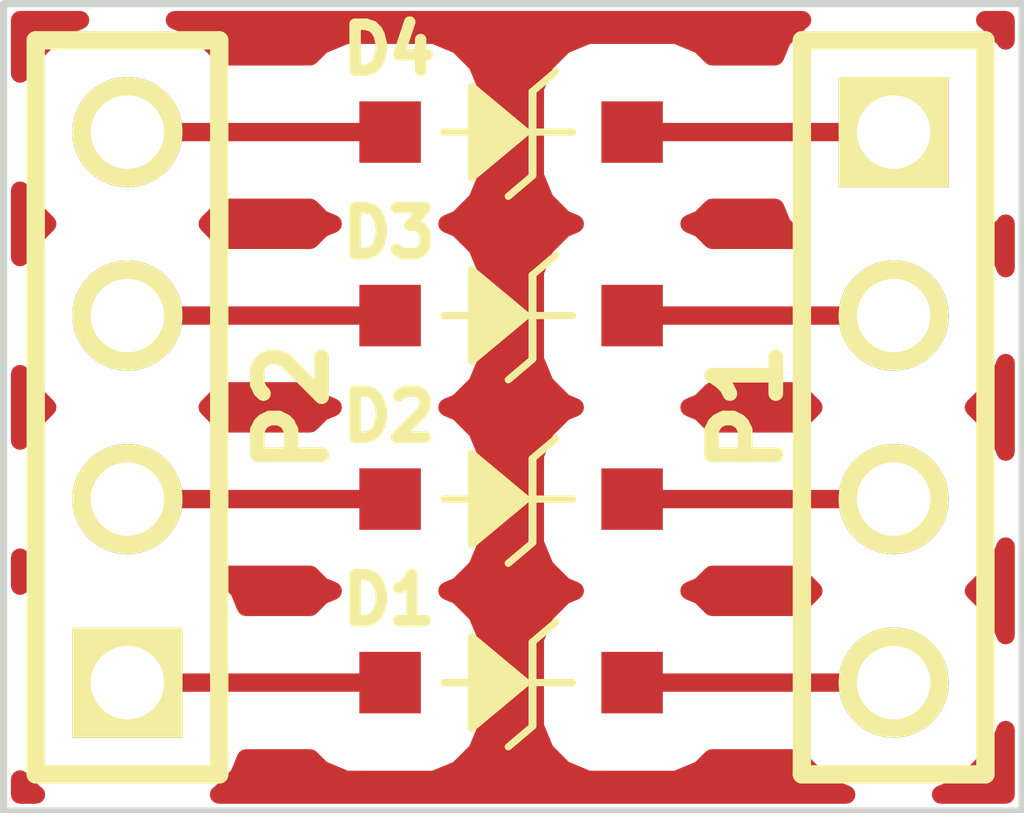
<source format=kicad_pcb>
(kicad_pcb (version 3) (host pcbnew "(2013-07-07 BZR 4022)-stable")

  (general
    (links 8)
    (no_connects 0)
    (area 196.246495 128.984121 211.233005 149.685629)
    (thickness 1.6)
    (drawings 4)
    (tracks 8)
    (zones 0)
    (modules 6)
    (nets 9)
  )

  (page A3)
  (layers
    (15 F.Cu signal)
    (0 B.Cu signal)
    (16 B.Adhes user)
    (17 F.Adhes user)
    (18 B.Paste user)
    (19 F.Paste user)
    (20 B.SilkS user)
    (21 F.SilkS user)
    (22 B.Mask user)
    (23 F.Mask user)
    (24 Dwgs.User user)
    (25 Cmts.User user)
    (26 Eco1.User user)
    (27 Eco2.User user)
    (28 Edge.Cuts user)
  )

  (setup
    (last_trace_width 0.254)
    (trace_clearance 0.254)
    (zone_clearance 0.0508)
    (zone_45_only no)
    (trace_min 0.254)
    (segment_width 0.2)
    (edge_width 0.1)
    (via_size 0.889)
    (via_drill 0.635)
    (via_min_size 0.889)
    (via_min_drill 0.508)
    (uvia_size 0.508)
    (uvia_drill 0.127)
    (uvias_allowed no)
    (uvia_min_size 0.508)
    (uvia_min_drill 0.127)
    (pcb_text_width 0.3)
    (pcb_text_size 1.5 1.5)
    (mod_edge_width 0.0992)
    (mod_text_size 1 1)
    (mod_text_width 0.15)
    (pad_size 1.5 1.5)
    (pad_drill 0.6)
    (pad_to_mask_clearance 0)
    (aux_axis_origin 0 0)
    (visible_elements 7FFFFFBF)
    (pcbplotparams
      (layerselection 3178497)
      (usegerberextensions true)
      (excludeedgelayer true)
      (linewidth 0.150000)
      (plotframeref false)
      (viasonmask false)
      (mode 1)
      (useauxorigin false)
      (hpglpennumber 1)
      (hpglpenspeed 20)
      (hpglpendiameter 15)
      (hpglpenoverlay 2)
      (psnegative false)
      (psa4output false)
      (plotreference true)
      (plotvalue true)
      (plotothertext true)
      (plotinvisibletext false)
      (padsonsilk false)
      (subtractmaskfromsilk false)
      (outputformat 1)
      (mirror false)
      (drillshape 1)
      (scaleselection 1)
      (outputdirectory ""))
  )

  (net 0 "")
  (net 1 N-000001)
  (net 2 N-000002)
  (net 3 N-000003)
  (net 4 N-000004)
  (net 5 N-000005)
  (net 6 N-000006)
  (net 7 N-000007)
  (net 8 N-000008)

  (net_class Default "This is the default net class."
    (clearance 0.254)
    (trace_width 0.254)
    (via_dia 0.889)
    (via_drill 0.635)
    (uvia_dia 0.508)
    (uvia_drill 0.127)
    (add_net "")
  )

  (net_class 1/32 ""
    (clearance 0.794004)
    (trace_width 0.254)
    (via_dia 0.889)
    (via_drill 0.635)
    (uvia_dia 0.508)
    (uvia_drill 0.127)
    (add_net N-000001)
    (add_net N-000002)
    (add_net N-000003)
    (add_net N-000004)
    (add_net N-000005)
    (add_net N-000006)
    (add_net N-000007)
    (add_net N-000008)
  )

  (module PIN_ARRAY_4x1 (layer F.Cu) (tedit 552D9342) (tstamp 552D8D2A)
    (at 198.4375 135.128 90)
    (descr "Double rangee de contacts 2 x 5 pins")
    (tags CONN)
    (path /552D8944)
    (fp_text reference P2 (at 0 2.286 90) (layer F.SilkS)
      (effects (font (size 0.889 0.889) (thickness 0.2032)))
    )
    (fp_text value CONN_4 (at 0 2.54 90) (layer F.SilkS) hide
      (effects (font (size 1.016 1.016) (thickness 0.2032)))
    )
    (fp_line (start 5.08 1.27) (end -5.08 1.27) (layer F.SilkS) (width 0.254))
    (fp_line (start 5.08 -1.27) (end -5.08 -1.27) (layer F.SilkS) (width 0.254))
    (fp_line (start -5.08 -1.27) (end -5.08 1.27) (layer F.SilkS) (width 0.254))
    (fp_line (start 5.08 1.27) (end 5.08 -1.27) (layer F.SilkS) (width 0.254))
    (pad 1 thru_hole rect (at -3.81 0 90) (size 1.524 1.524) (drill 1.016)
      (layers *.Cu *.Mask F.SilkS)
      (net 4 N-000004)
    )
    (pad 2 thru_hole circle (at -1.27 0 90) (size 1.524 1.524) (drill 1.016)
      (layers *.Cu *.Mask F.SilkS)
      (net 5 N-000005)
    )
    (pad 3 thru_hole circle (at 1.27 0 90) (size 1.524 1.524) (drill 1.016)
      (layers *.Cu *.Mask F.SilkS)
      (net 6 N-000006)
    )
    (pad 4 thru_hole circle (at 3.81 0 90) (size 1.524 1.524) (drill 1.016)
      (layers *.Cu *.Mask F.SilkS)
      (net 7 N-000007)
    )
    (model pin_array\pins_array_4x1.wrl
      (at (xyz 0 0 0))
      (scale (xyz 1 1 1))
      (rotate (xyz 0 0 0))
    )
  )

  (module PIN_ARRAY_4x1 (layer F.Cu) (tedit 552D9348) (tstamp 552D8D36)
    (at 209.042 135.128 270)
    (descr "Double rangee de contacts 2 x 5 pins")
    (tags CONN)
    (path /552D8951)
    (fp_text reference P1 (at 0 2.032 270) (layer F.SilkS)
      (effects (font (size 0.889 0.889) (thickness 0.2032)))
    )
    (fp_text value CONN_4 (at 0 2.54 270) (layer F.SilkS) hide
      (effects (font (size 1.016 1.016) (thickness 0.2032)))
    )
    (fp_line (start 5.08 1.27) (end -5.08 1.27) (layer F.SilkS) (width 0.254))
    (fp_line (start 5.08 -1.27) (end -5.08 -1.27) (layer F.SilkS) (width 0.254))
    (fp_line (start -5.08 -1.27) (end -5.08 1.27) (layer F.SilkS) (width 0.254))
    (fp_line (start 5.08 1.27) (end 5.08 -1.27) (layer F.SilkS) (width 0.254))
    (pad 1 thru_hole rect (at -3.81 0 270) (size 1.524 1.524) (drill 1.016)
      (layers *.Cu *.Mask F.SilkS)
      (net 3 N-000003)
    )
    (pad 2 thru_hole circle (at -1.27 0 270) (size 1.524 1.524) (drill 1.016)
      (layers *.Cu *.Mask F.SilkS)
      (net 2 N-000002)
    )
    (pad 3 thru_hole circle (at 1.27 0 270) (size 1.524 1.524) (drill 1.016)
      (layers *.Cu *.Mask F.SilkS)
      (net 1 N-000001)
    )
    (pad 4 thru_hole circle (at 3.81 0 270) (size 1.524 1.524) (drill 1.016)
      (layers *.Cu *.Mask F.SilkS)
      (net 8 N-000008)
    )
    (model pin_array\pins_array_4x1.wrl
      (at (xyz 0 0 0))
      (scale (xyz 1 1 1))
      (rotate (xyz 0 0 0))
    )
  )

  (module BZT52C3V6-E3-08 (layer F.Cu) (tedit 552D9466) (tstamp 552D8D6E)
    (at 203.708 133.858 180)
    (path /552D8917)
    (fp_text reference D3 (at 1.651 1.143 180) (layer F.SilkS)
      (effects (font (size 0.635 0.635) (thickness 0.15875)))
    )
    (fp_text value ZENER (at 0.254 -9.398 180) (layer F.SilkS) hide
      (effects (font (size 0.889 0.889) (thickness 0.22225)))
    )
    (fp_line (start -0.3302 0.5588) (end -0.3302 -0.6096) (layer F.SilkS) (width 0.0992))
    (fp_line (start -0.3302 0.5588) (end -0.6604 0.8382) (layer F.SilkS) (width 0.0992))
    (fp_line (start -0.3302 -0.6096) (end 0 -0.889) (layer F.SilkS) (width 0.0992))
    (fp_line (start 0 0.1905) (end 0 0.0635) (layer F.SilkS) (width 0.1))
    (fp_line (start -0.127 0.0635) (end 0.0635 0.0635) (layer F.SilkS) (width 0.1))
    (fp_line (start 0.0635 0.254) (end 0.0635 0.0635) (layer F.SilkS) (width 0.1))
    (fp_line (start 0.127 0) (end 0.127 0.254) (layer F.SilkS) (width 0.1))
    (fp_line (start 0.1905 0.3175) (end 0.1905 0.0635) (layer F.SilkS) (width 0.1))
    (fp_line (start 0.254 0.0635) (end 0.254 0.381) (layer F.SilkS) (width 0.1))
    (fp_line (start 0.3175 0.4445) (end 0.3175 0.0635) (layer F.SilkS) (width 0.1))
    (fp_line (start 0.4445 0.0635) (end 0.4445 0.508) (layer F.SilkS) (width 0.1))
    (fp_line (start 0.381 0) (end 0.381 0.508) (layer F.SilkS) (width 0.1))
    (fp_line (start -0.254 0) (end 0.508 0.635) (layer F.SilkS) (width 0.1))
    (fp_line (start 0.508 0.635) (end 0.508 0) (layer F.SilkS) (width 0.1))
    (fp_line (start 0.381 0) (end 0.508 -0.254) (layer F.SilkS) (width 0.1))
    (fp_line (start 0.508 -0.635) (end 0.508 0) (layer F.SilkS) (width 0.1))
    (fp_line (start 0.254 0) (end 0.508 -0.127) (layer F.SilkS) (width 0.1))
    (fp_line (start 0.508 -0.254) (end 0.127 0) (layer F.SilkS) (width 0.1))
    (fp_line (start 0 0) (end 0.508 -0.381) (layer F.SilkS) (width 0.1))
    (fp_line (start 0.508 -0.508) (end -0.127 0) (layer F.SilkS) (width 0.1))
    (fp_line (start -0.254 0) (end 0.508 -0.635) (layer F.SilkS) (width 0.1))
    (fp_line (start 0.508 0) (end -0.254 0) (layer F.SilkS) (width 0.1))
    (fp_line (start -0.381 0) (end -0.889 0) (layer F.SilkS) (width 0.1))
    (fp_line (start 0.508 0) (end 0.889 0) (layer F.SilkS) (width 0.1))
    (fp_line (start -0.34036 -0.59944) (end -0.34036 0.55118) (layer F.SilkS) (width 0.1))
    (pad 1 smd rect (at -1.7145 0 180) (size 0.8509 0.8509)
      (layers F.Cu F.Paste F.Mask)
      (net 2 N-000002)
    )
    (pad 2 smd rect (at 1.63576 0 180) (size 0.8509 0.8509)
      (layers F.Cu F.Paste F.Mask)
      (net 6 N-000006)
    )
  )

  (module BZT52C3V6-E3-08 (layer F.Cu) (tedit 552D945E) (tstamp 552D8D8A)
    (at 203.708 131.318 180)
    (path /552D891D)
    (fp_text reference D4 (at 1.651 1.143 180) (layer F.SilkS)
      (effects (font (size 0.635 0.635) (thickness 0.15875)))
    )
    (fp_text value ZENER (at 0.254 -9.398 180) (layer F.SilkS) hide
      (effects (font (size 0.889 0.889) (thickness 0.22225)))
    )
    (fp_line (start -0.3302 0.5588) (end -0.3302 -0.6096) (layer F.SilkS) (width 0.0992))
    (fp_line (start -0.3302 0.5588) (end -0.6604 0.8382) (layer F.SilkS) (width 0.0992))
    (fp_line (start -0.3302 -0.6096) (end 0 -0.889) (layer F.SilkS) (width 0.0992))
    (fp_line (start 0 0.1905) (end 0 0.0635) (layer F.SilkS) (width 0.1))
    (fp_line (start -0.127 0.0635) (end 0.0635 0.0635) (layer F.SilkS) (width 0.1))
    (fp_line (start 0.0635 0.254) (end 0.0635 0.0635) (layer F.SilkS) (width 0.1))
    (fp_line (start 0.127 0) (end 0.127 0.254) (layer F.SilkS) (width 0.1))
    (fp_line (start 0.1905 0.3175) (end 0.1905 0.0635) (layer F.SilkS) (width 0.1))
    (fp_line (start 0.254 0.0635) (end 0.254 0.381) (layer F.SilkS) (width 0.1))
    (fp_line (start 0.3175 0.4445) (end 0.3175 0.0635) (layer F.SilkS) (width 0.1))
    (fp_line (start 0.4445 0.0635) (end 0.4445 0.508) (layer F.SilkS) (width 0.1))
    (fp_line (start 0.381 0) (end 0.381 0.508) (layer F.SilkS) (width 0.1))
    (fp_line (start -0.254 0) (end 0.508 0.635) (layer F.SilkS) (width 0.1))
    (fp_line (start 0.508 0.635) (end 0.508 0) (layer F.SilkS) (width 0.1))
    (fp_line (start 0.381 0) (end 0.508 -0.254) (layer F.SilkS) (width 0.1))
    (fp_line (start 0.508 -0.635) (end 0.508 0) (layer F.SilkS) (width 0.1))
    (fp_line (start 0.254 0) (end 0.508 -0.127) (layer F.SilkS) (width 0.1))
    (fp_line (start 0.508 -0.254) (end 0.127 0) (layer F.SilkS) (width 0.1))
    (fp_line (start 0 0) (end 0.508 -0.381) (layer F.SilkS) (width 0.1))
    (fp_line (start 0.508 -0.508) (end -0.127 0) (layer F.SilkS) (width 0.1))
    (fp_line (start -0.254 0) (end 0.508 -0.635) (layer F.SilkS) (width 0.1))
    (fp_line (start 0.508 0) (end -0.254 0) (layer F.SilkS) (width 0.1))
    (fp_line (start -0.381 0) (end -0.889 0) (layer F.SilkS) (width 0.1))
    (fp_line (start 0.508 0) (end 0.889 0) (layer F.SilkS) (width 0.1))
    (fp_line (start -0.34036 -0.59944) (end -0.34036 0.55118) (layer F.SilkS) (width 0.1))
    (pad 1 smd rect (at -1.7145 0 180) (size 0.8509 0.8509)
      (layers F.Cu F.Paste F.Mask)
      (net 3 N-000003)
    )
    (pad 2 smd rect (at 1.63576 0 180) (size 0.8509 0.8509)
      (layers F.Cu F.Paste F.Mask)
      (net 7 N-000007)
    )
  )

  (module BZT52C3V6-E3-08 (layer F.Cu) (tedit 552D9469) (tstamp 552D8D52)
    (at 203.708 136.398 180)
    (path /552D890A)
    (fp_text reference D2 (at 1.651 1.143 180) (layer F.SilkS)
      (effects (font (size 0.635 0.635) (thickness 0.15875)))
    )
    (fp_text value ZENER (at 0.254 -9.398 180) (layer F.SilkS) hide
      (effects (font (size 0.889 0.889) (thickness 0.22225)))
    )
    (fp_line (start -0.3302 0.5588) (end -0.3302 -0.6096) (layer F.SilkS) (width 0.0992))
    (fp_line (start -0.3302 0.5588) (end -0.6604 0.8382) (layer F.SilkS) (width 0.0992))
    (fp_line (start -0.3302 -0.6096) (end 0 -0.889) (layer F.SilkS) (width 0.0992))
    (fp_line (start 0 0.1905) (end 0 0.0635) (layer F.SilkS) (width 0.1))
    (fp_line (start -0.127 0.0635) (end 0.0635 0.0635) (layer F.SilkS) (width 0.1))
    (fp_line (start 0.0635 0.254) (end 0.0635 0.0635) (layer F.SilkS) (width 0.1))
    (fp_line (start 0.127 0) (end 0.127 0.254) (layer F.SilkS) (width 0.1))
    (fp_line (start 0.1905 0.3175) (end 0.1905 0.0635) (layer F.SilkS) (width 0.1))
    (fp_line (start 0.254 0.0635) (end 0.254 0.381) (layer F.SilkS) (width 0.1))
    (fp_line (start 0.3175 0.4445) (end 0.3175 0.0635) (layer F.SilkS) (width 0.1))
    (fp_line (start 0.4445 0.0635) (end 0.4445 0.508) (layer F.SilkS) (width 0.1))
    (fp_line (start 0.381 0) (end 0.381 0.508) (layer F.SilkS) (width 0.1))
    (fp_line (start -0.254 0) (end 0.508 0.635) (layer F.SilkS) (width 0.1))
    (fp_line (start 0.508 0.635) (end 0.508 0) (layer F.SilkS) (width 0.1))
    (fp_line (start 0.381 0) (end 0.508 -0.254) (layer F.SilkS) (width 0.1))
    (fp_line (start 0.508 -0.635) (end 0.508 0) (layer F.SilkS) (width 0.1))
    (fp_line (start 0.254 0) (end 0.508 -0.127) (layer F.SilkS) (width 0.1))
    (fp_line (start 0.508 -0.254) (end 0.127 0) (layer F.SilkS) (width 0.1))
    (fp_line (start 0 0) (end 0.508 -0.381) (layer F.SilkS) (width 0.1))
    (fp_line (start 0.508 -0.508) (end -0.127 0) (layer F.SilkS) (width 0.1))
    (fp_line (start -0.254 0) (end 0.508 -0.635) (layer F.SilkS) (width 0.1))
    (fp_line (start 0.508 0) (end -0.254 0) (layer F.SilkS) (width 0.1))
    (fp_line (start -0.381 0) (end -0.889 0) (layer F.SilkS) (width 0.1))
    (fp_line (start 0.508 0) (end 0.889 0) (layer F.SilkS) (width 0.1))
    (fp_line (start -0.34036 -0.59944) (end -0.34036 0.55118) (layer F.SilkS) (width 0.1))
    (pad 1 smd rect (at -1.7145 0 180) (size 0.8509 0.8509)
      (layers F.Cu F.Paste F.Mask)
      (net 1 N-000001)
    )
    (pad 2 smd rect (at 1.63576 0 180) (size 0.8509 0.8509)
      (layers F.Cu F.Paste F.Mask)
      (net 5 N-000005)
    )
  )

  (module BZT52C3V6-E3-08 (layer F.Cu) (tedit 555EFC06) (tstamp 552D8DA6)
    (at 203.708 138.938 180)
    (path /552D8923)
    (fp_text reference D1 (at 1.651 1.143 180) (layer F.SilkS)
      (effects (font (size 0.635 0.635) (thickness 0.15875)))
    )
    (fp_text value ZENER (at 0.254 -9.398 180) (layer F.SilkS) hide
      (effects (font (size 0.889 0.889) (thickness 0.22225)))
    )
    (fp_line (start -0.3302 0.5588) (end -0.3302 -0.6096) (layer F.SilkS) (width 0.0992))
    (fp_line (start -0.3302 0.5588) (end -0.6604 0.8382) (layer F.SilkS) (width 0.0992))
    (fp_line (start -0.3302 -0.6096) (end 0 -0.889) (layer F.SilkS) (width 0.0992))
    (fp_line (start 0 0.1905) (end 0 0.0635) (layer F.SilkS) (width 0.1))
    (fp_line (start -0.127 0.0635) (end 0.0635 0.0635) (layer F.SilkS) (width 0.1))
    (fp_line (start 0.0635 0.254) (end 0.0635 0.0635) (layer F.SilkS) (width 0.1))
    (fp_line (start 0.127 0) (end 0.127 0.254) (layer F.SilkS) (width 0.1))
    (fp_line (start 0.1905 0.3175) (end 0.1905 0.0635) (layer F.SilkS) (width 0.1))
    (fp_line (start 0.254 0.0635) (end 0.254 0.381) (layer F.SilkS) (width 0.1))
    (fp_line (start 0.3175 0.4445) (end 0.3175 0.0635) (layer F.SilkS) (width 0.1))
    (fp_line (start 0.4445 0.0635) (end 0.4445 0.508) (layer F.SilkS) (width 0.1))
    (fp_line (start 0.381 0) (end 0.381 0.508) (layer F.SilkS) (width 0.1))
    (fp_line (start -0.254 0) (end 0.508 0.635) (layer F.SilkS) (width 0.1))
    (fp_line (start 0.508 0.635) (end 0.508 0) (layer F.SilkS) (width 0.1))
    (fp_line (start 0.381 0) (end 0.508 -0.254) (layer F.SilkS) (width 0.1))
    (fp_line (start 0.508 -0.635) (end 0.508 0) (layer F.SilkS) (width 0.1))
    (fp_line (start 0.254 0) (end 0.508 -0.127) (layer F.SilkS) (width 0.1))
    (fp_line (start 0.508 -0.254) (end 0.127 0) (layer F.SilkS) (width 0.1))
    (fp_line (start 0 0) (end 0.508 -0.381) (layer F.SilkS) (width 0.1))
    (fp_line (start 0.508 -0.508) (end -0.127 0) (layer F.SilkS) (width 0.1))
    (fp_line (start -0.254 0) (end 0.508 -0.635) (layer F.SilkS) (width 0.1))
    (fp_line (start 0.508 0) (end -0.254 0) (layer F.SilkS) (width 0.1))
    (fp_line (start -0.381 0) (end -0.889 0) (layer F.SilkS) (width 0.1))
    (fp_line (start 0.508 0) (end 0.889 0) (layer F.SilkS) (width 0.1))
    (fp_line (start -0.34036 -0.59944) (end -0.34036 0.55118) (layer F.SilkS) (width 0.1))
    (pad 1 smd rect (at -1.7145 0 180) (size 0.8509 0.8509)
      (layers F.Cu F.Paste F.Mask)
      (net 8 N-000008)
    )
    (pad 2 smd rect (at 1.63576 0 180) (size 0.8509 0.8509)
      (layers F.Cu F.Paste F.Mask)
      (net 4 N-000004)
    )
  )

  (gr_line (start 210.82 129.54) (end 196.723 129.54) (angle 90) (layer Edge.Cuts) (width 0.1))
  (gr_line (start 210.82 140.716) (end 210.82 129.54) (angle 90) (layer Edge.Cuts) (width 0.1))
  (gr_line (start 196.723 140.716) (end 210.82 140.716) (angle 90) (layer Edge.Cuts) (width 0.1))
  (gr_line (start 196.723 129.54) (end 196.723 140.716) (angle 90) (layer Edge.Cuts) (width 0.1))

  (segment (start 205.4225 136.398) (end 209.042 136.398) (width 0.254) (layer F.Cu) (net 1))
  (segment (start 205.4225 133.858) (end 209.042 133.858) (width 0.254) (layer F.Cu) (net 2))
  (segment (start 205.4225 131.318) (end 209.042 131.318) (width 0.254) (layer F.Cu) (net 3))
  (segment (start 202.07224 138.938) (end 198.4375 138.938) (width 0.254) (layer F.Cu) (net 4))
  (segment (start 202.07224 136.398) (end 198.4375 136.398) (width 0.254) (layer F.Cu) (net 5))
  (segment (start 202.07224 133.858) (end 198.4375 133.858) (width 0.254) (layer F.Cu) (net 6))
  (segment (start 202.07224 131.318) (end 198.4375 131.318) (width 0.254) (layer F.Cu) (net 7))
  (segment (start 205.4225 138.938) (end 209.042 138.938) (width 0.254) (layer F.Cu) (net 8))

  (zone (net 0) (net_name "") (layer F.Cu) (tstamp 552D99D3) (hatch edge 0.508)
    (connect_pads (clearance 0.0508))
    (min_thickness 0.254)
    (fill (arc_segments 16) (thermal_gap 0.508) (thermal_bridge_width 0.508))
    (polygon
      (pts
        (xy 210.82 140.716) (xy 196.723 140.716) (xy 196.723 129.54) (xy 210.82 129.54)
      )
    )
    (filled_polygon
      (pts
        (xy 197.104383 137.444759) (xy 196.9508 137.598075) (xy 196.9508 137.207095) (xy 197.009888 137.350099) (xy 197.104383 137.444759)
      )
    )
    (filled_polygon
      (pts
        (xy 197.172057 140.4882) (xy 196.9508 140.4882) (xy 196.9508 140.277667) (xy 197.153112 140.480333) (xy 197.172057 140.4882)
      )
    )
    (filled_polygon
      (pts
        (xy 197.327373 132.588139) (xy 197.011551 132.903411) (xy 196.9508 133.049715) (xy 196.9508 132.127095) (xy 197.009888 132.270099)
        (xy 197.327373 132.588139)
      )
    )
    (filled_polygon
      (pts
        (xy 197.327373 135.128139) (xy 197.011551 135.443411) (xy 196.9508 135.589715) (xy 196.9508 134.667095) (xy 197.009888 134.810099)
        (xy 197.327373 135.128139)
      )
    )
    (filled_polygon
      (pts
        (xy 197.782085 129.7678) (xy 197.485401 129.890388) (xy 197.011551 130.363411) (xy 196.9508 130.509715) (xy 196.9508 129.7678)
        (xy 197.782085 129.7678)
      )
    )
    (filled_polygon
      (pts
        (xy 201.279015 132.587984) (xy 201.125765 132.651306) (xy 200.966797 132.809996) (xy 199.769374 132.809996) (xy 199.547626 132.58786)
        (xy 199.76987 132.366004) (xy 200.966898 132.366004) (xy 201.124402 132.523783) (xy 201.279015 132.587984)
      )
    )
    (filled_polygon
      (pts
        (xy 201.279015 135.127984) (xy 201.125765 135.191306) (xy 200.966797 135.349996) (xy 199.769374 135.349996) (xy 199.547626 135.12786)
        (xy 199.76987 134.906004) (xy 200.966898 134.906004) (xy 201.124402 135.063783) (xy 201.279015 135.127984)
      )
    )
    (filled_polygon
      (pts
        (xy 201.279015 137.667984) (xy 201.125765 137.731306) (xy 200.966797 137.889996) (xy 200.077852 137.889996) (xy 199.980744 137.654975)
        (xy 199.772137 137.446004) (xy 200.966898 137.446004) (xy 201.124402 137.603783) (xy 201.279015 137.667984)
      )
    )
    (filled_polygon
      (pts
        (xy 207.707362 132.809996) (xy 206.527841 132.809996) (xy 206.370338 132.652217) (xy 206.215724 132.588015) (xy 206.368975 132.524694)
        (xy 206.527942 132.366004) (xy 207.401647 132.366004) (xy 207.498756 132.601025) (xy 207.707362 132.809996)
      )
    )
    (filled_polygon
      (pts
        (xy 207.931873 135.128139) (xy 207.709629 135.349996) (xy 206.527841 135.349996) (xy 206.370338 135.192217) (xy 206.215724 135.128015)
        (xy 206.368975 135.064694) (xy 206.527942 134.906004) (xy 207.710125 134.906004) (xy 207.931873 135.128139)
      )
    )
    (filled_polygon
      (pts
        (xy 207.931873 137.668139) (xy 207.709629 137.889996) (xy 206.527841 137.889996) (xy 206.370338 137.732217) (xy 206.215724 137.668015)
        (xy 206.368975 137.604694) (xy 206.527942 137.446004) (xy 207.710125 137.446004) (xy 207.931873 137.668139)
      )
    )
    (filled_polygon
      (pts
        (xy 208.386641 140.4882) (xy 199.70369 140.4882) (xy 199.720525 140.481244) (xy 199.979833 140.222388) (xy 200.077988 139.986004)
        (xy 200.966898 139.986004) (xy 201.124402 140.143783) (xy 201.462787 140.284293) (xy 201.829185 140.284613) (xy 202.680085 140.284613)
        (xy 203.018715 140.144694) (xy 203.278023 139.885838) (xy 203.418533 139.547453) (xy 203.418853 139.181055) (xy 203.418853 138.330155)
        (xy 203.278934 137.991525) (xy 203.020078 137.732217) (xy 202.865464 137.668015) (xy 203.018715 137.604694) (xy 203.278023 137.345838)
        (xy 203.418533 137.007453) (xy 203.418853 136.641055) (xy 203.418853 135.790155) (xy 203.278934 135.451525) (xy 203.020078 135.192217)
        (xy 202.865464 135.128015) (xy 203.018715 135.064694) (xy 203.278023 134.805838) (xy 203.418533 134.467453) (xy 203.418853 134.101055)
        (xy 203.418853 133.250155) (xy 203.278934 132.911525) (xy 203.020078 132.652217) (xy 202.865464 132.588015) (xy 203.018715 132.524694)
        (xy 203.278023 132.265838) (xy 203.418533 131.927453) (xy 203.418853 131.561055) (xy 203.418853 130.710155) (xy 203.278934 130.371525)
        (xy 203.020078 130.112217) (xy 202.681693 129.971707) (xy 202.315295 129.971387) (xy 201.464395 129.971387) (xy 201.125765 130.111306)
        (xy 200.966797 130.269996) (xy 199.769374 130.269996) (xy 199.392089 129.892051) (xy 199.092858 129.7678) (xy 207.775809 129.7678)
        (xy 207.758975 129.774756) (xy 207.499667 130.033612) (xy 207.401511 130.269996) (xy 206.527841 130.269996) (xy 206.370338 130.112217)
        (xy 206.031953 129.971707) (xy 205.665555 129.971387) (xy 204.814655 129.971387) (xy 204.476025 130.111306) (xy 204.216717 130.370162)
        (xy 204.076207 130.708547) (xy 204.075887 131.074945) (xy 204.075887 131.925845) (xy 204.215806 132.264475) (xy 204.474662 132.523783)
        (xy 204.629275 132.587984) (xy 204.476025 132.651306) (xy 204.216717 132.910162) (xy 204.076207 133.248547) (xy 204.075887 133.614945)
        (xy 204.075887 134.465845) (xy 204.215806 134.804475) (xy 204.474662 135.063783) (xy 204.629275 135.127984) (xy 204.476025 135.191306)
        (xy 204.216717 135.450162) (xy 204.076207 135.788547) (xy 204.075887 136.154945) (xy 204.075887 137.005845) (xy 204.215806 137.344475)
        (xy 204.474662 137.603783) (xy 204.629275 137.667984) (xy 204.476025 137.731306) (xy 204.216717 137.990162) (xy 204.076207 138.328547)
        (xy 204.075887 138.694945) (xy 204.075887 139.545845) (xy 204.215806 139.884475) (xy 204.474662 140.143783) (xy 204.813047 140.284293)
        (xy 205.179445 140.284613) (xy 206.030345 140.284613) (xy 206.368975 140.144694) (xy 206.527942 139.986004) (xy 207.710125 139.986004)
        (xy 208.087411 140.363949) (xy 208.386641 140.4882)
      )
    )
    (filled_polygon
      (pts
        (xy 210.5922 130.051809) (xy 210.585244 130.034975) (xy 210.326388 129.775667) (xy 210.307442 129.7678) (xy 210.5922 129.7678)
        (xy 210.5922 130.051809)
      )
    )
    (filled_polygon
      (pts
        (xy 210.5922 133.202585) (xy 210.469612 132.905901) (xy 210.375116 132.81124) (xy 210.584333 132.602388) (xy 210.5922 132.583442)
        (xy 210.5922 133.202585)
      )
    )
    (filled_polygon
      (pts
        (xy 210.5922 135.742585) (xy 210.469612 135.445901) (xy 210.152126 135.12786) (xy 210.467949 134.812589) (xy 210.5922 134.513358)
        (xy 210.5922 135.742585)
      )
    )
    (filled_polygon
      (pts
        (xy 210.5922 138.282585) (xy 210.469612 137.985901) (xy 210.152126 137.66786) (xy 210.467949 137.352589) (xy 210.5922 137.053358)
        (xy 210.5922 138.282585)
      )
    )
    (filled_polygon
      (pts
        (xy 210.5922 140.4882) (xy 209.697414 140.4882) (xy 209.994099 140.365612) (xy 210.467949 139.892589) (xy 210.5922 139.593358)
        (xy 210.5922 140.4882)
      )
    )
  )
)

</source>
